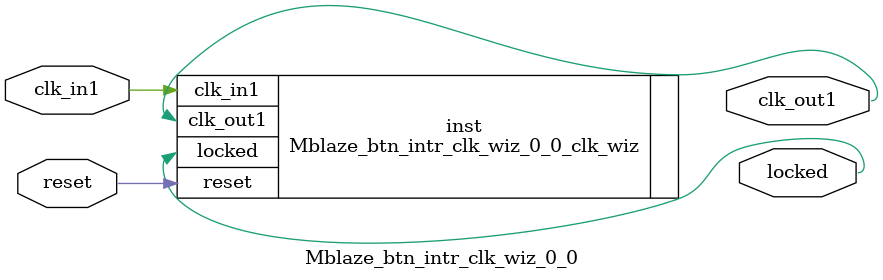
<source format=v>


`timescale 1ps/1ps

(* CORE_GENERATION_INFO = "Mblaze_btn_intr_clk_wiz_0_0,clk_wiz_v6_0_4_0_0,{component_name=Mblaze_btn_intr_clk_wiz_0_0,use_phase_alignment=true,use_min_o_jitter=false,use_max_i_jitter=false,use_dyn_phase_shift=false,use_inclk_switchover=false,use_dyn_reconfig=false,enable_axi=0,feedback_source=FDBK_AUTO,PRIMITIVE=MMCM,num_out_clk=1,clkin1_period=10.000,clkin2_period=10.000,use_power_down=false,use_reset=true,use_locked=true,use_inclk_stopped=false,feedback_type=SINGLE,CLOCK_MGR_TYPE=NA,manual_override=false}" *)

module Mblaze_btn_intr_clk_wiz_0_0 
 (
  // Clock out ports
  output        clk_out1,
  // Status and control signals
  input         reset,
  output        locked,
 // Clock in ports
  input         clk_in1
 );

  Mblaze_btn_intr_clk_wiz_0_0_clk_wiz inst
  (
  // Clock out ports  
  .clk_out1(clk_out1),
  // Status and control signals               
  .reset(reset), 
  .locked(locked),
 // Clock in ports
  .clk_in1(clk_in1)
  );

endmodule

</source>
